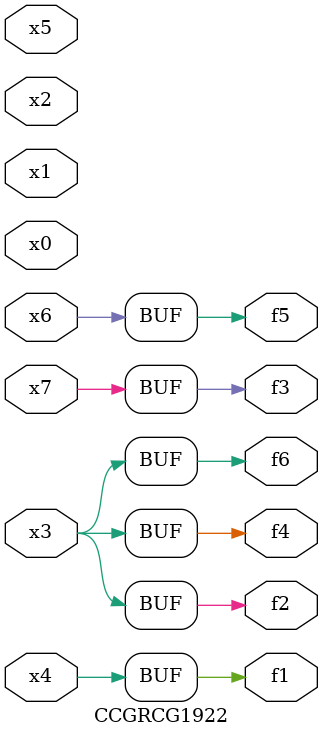
<source format=v>
module CCGRCG1922(
	input x0, x1, x2, x3, x4, x5, x6, x7,
	output f1, f2, f3, f4, f5, f6
);
	assign f1 = x4;
	assign f2 = x3;
	assign f3 = x7;
	assign f4 = x3;
	assign f5 = x6;
	assign f6 = x3;
endmodule

</source>
